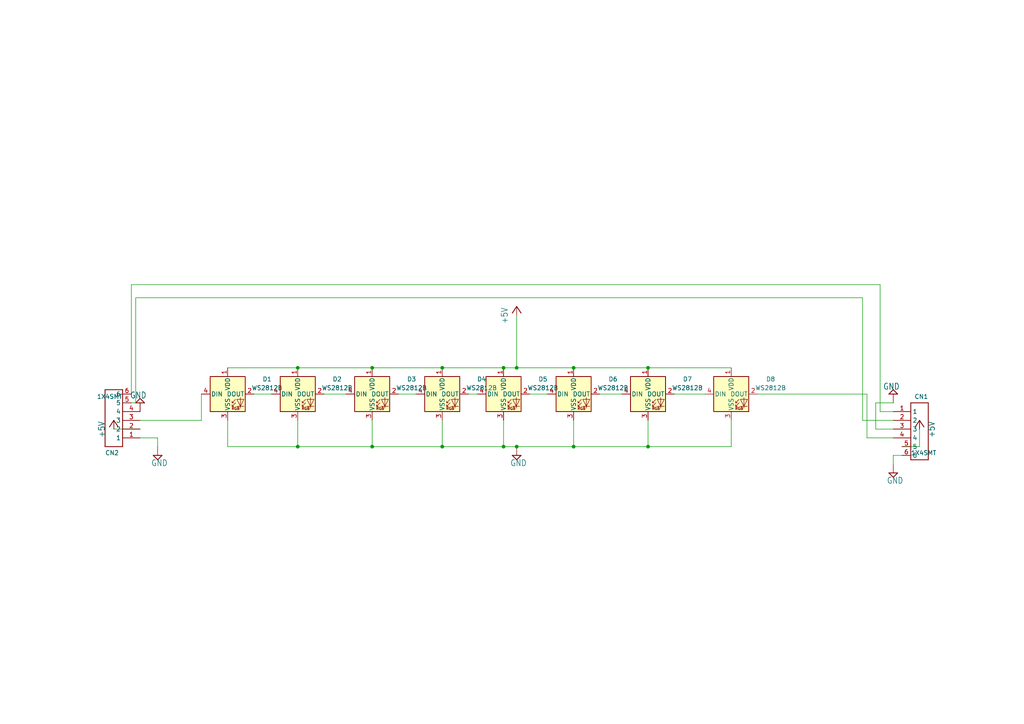
<source format=kicad_sch>
(kicad_sch (version 20211123) (generator eeschema)
  (paper "A4")
  (lib_symbols
    (symbol "1X4SMT_1"
      (property "Reference" "CN" (at 5.08 7.62 0))
      (property "Value" "1X4SMT_1" (at 0 -10.16 0))
      (symbol "1X4SMT_1_1_0"
        (polyline (pts (xy 0 -11.43) (xy 0 5.08)) (stroke (width 0.254)))
        (polyline (pts (xy 0 5.08) (xy 5.08 5.08)) (stroke (width 0.254)))
        (polyline (pts (xy 5.08 -11.43) (xy 0 -11.43)) (stroke (width 0.254)))
        (polyline (pts (xy 5.08 5.08) (xy 5.08 -11.43)) (stroke (width 0.254)))
        (pin bidirectional line (at -5.08 2.54 0) (length 5.08) (name "1") (number "1"))
        (pin bidirectional line (at -5.08 0 0) (length 5.08) (name "2") (number "2"))
        (pin bidirectional line (at -5.08 -2.54 0) (length 5.08) (name "3") (number "3"))
        (pin bidirectional line (at -5.08 -5.08 0) (length 5.08) (name "4") (number "4"))
      )
      (symbol "1X4SMT_1_1_1"
        (pin bidirectional line (at -2.54 -7.62 0) (length 2.54) (name "5") (number "5"))
        (pin bidirectional line (at -2.54 -10.16 0) (length 2.54) (name "6") (number "6"))
      )
    )
    (symbol "Adafruit NeoPixel 8 Stick-eagle-import:+5V" (power)
      (property "Value" "+5V" (at -2.54 -5.08 90))
      (symbol "+5V_1_0"
        (polyline (pts (xy 0 0) (xy -1.27 -1.905)) (stroke (width 0.254)))
        (polyline (pts (xy 1.27 -1.905) (xy 0 0)) (stroke (width 0.254)))
        (pin power_in line (at 0 -2.54 90) (length 2.54) (name "+5V") (number "1"))
      )
    )
    (symbol "Adafruit NeoPixel 8 Stick-eagle-import:1X4SMT"
      (property "Reference" "CN" (at 5.08 7.62 0))
      (property "Value" "1X4SMT" (at 0 -10.16 0))
      (symbol "1X4SMT_1_0"
        (polyline (pts (xy 0 -11.43) (xy 0 5.08)) (stroke (width 0.254)))
        (polyline (pts (xy 0 5.08) (xy 5.08 5.08)) (stroke (width 0.254)))
        (polyline (pts (xy 5.08 -11.43) (xy 0 -11.43)) (stroke (width 0.254)))
        (polyline (pts (xy 5.08 5.08) (xy 5.08 -11.43)) (stroke (width 0.254)))
        (pin bidirectional line (at -5.08 2.54 0) (length 5.08) (name "1") (number "1"))
        (pin bidirectional line (at -5.08 0 0) (length 5.08) (name "2") (number "2"))
        (pin bidirectional line (at -5.08 -2.54 0) (length 5.08) (name "3") (number "3"))
        (pin bidirectional line (at -5.08 -5.08 0) (length 5.08) (name "4") (number "4"))
      )
      (symbol "1X4SMT_1_1"
        (pin bidirectional line (at -2.54 -7.62 0) (length 2.54) (name "5") (number "5"))
        (pin bidirectional line (at -2.54 -10.16 0) (length 2.54) (name "6") (number "6"))
      )
    )
    (symbol "Adafruit NeoPixel 8 Stick-eagle-import:GND" (power)
      (property "Value" "GND" (at -1.905 -3.175 0))
      (symbol "GND_1_0"
        (polyline (pts (xy -1.27 0) (xy 1.27 0)) (stroke (width 0.254)))
        (polyline (pts (xy 0 -1.27) (xy -1.27 0)) (stroke (width 0.254)))
        (polyline (pts (xy 1.27 0) (xy 0 -1.27)) (stroke (width 0.254)))
        (pin power_in line (at 0 2.54 270) (length 2.54) (name "GND") (number "1"))
      )
    )
    (symbol "LED:WS2812B" (pin_names (offset 0.254))
      (property "Reference" "D" (at 5.08 5.715 0))
      (property "Value" "WS2812B" (at 1.27 -5.715 0))
      (symbol "WS2812B_0_0"
        (text "RGB" (at 2.286 -4.191 0) (effects (font (size 0.762 0.762))))
      )
      (symbol "WS2812B_0_1"
        (polyline (pts (xy 1.27 -3.556) (xy 1.778 -3.556)))
        (polyline (pts (xy 1.27 -2.54) (xy 1.778 -2.54)))
        (polyline (pts (xy 4.699 -3.556) (xy 2.667 -3.556)))
        (polyline (pts (xy 2.286 -2.54) (xy 1.27 -3.556) (xy 1.27 -3.048)))
        (polyline (pts (xy 2.286 -1.524) (xy 1.27 -2.54) (xy 1.27 -2.032)))
        (polyline (pts (xy 3.683 -1.016) (xy 3.683 -3.556) (xy 3.683 -4.064)))
        (polyline (pts (xy 4.699 -1.524) (xy 2.667 -1.524) (xy 3.683 -3.556) (xy 4.699 -1.524)))
        (rectangle (start 5.08 5.08) (end -5.08 -5.08) (stroke (width 0.254)) (fill (type background)))
      )
      (symbol "WS2812B_1_1"
        (pin power_in line (at 0 7.62 270) (length 2.54) (name "VDD") (number "1"))
        (pin output line (at 7.62 0 180) (length 2.54) (name "DOUT") (number "2"))
        (pin power_in line (at 0 -7.62 90) (length 2.54) (name "VSS") (number "3"))
        (pin input line (at -7.62 0 0) (length 2.54) (name "DIN") (number "4"))
      )
    )
  )
  (junction (at 146.05 106.68))
  (junction (at 146.05 129.54))
  (junction (at 149.86 106.68))
  (junction (at 128.27 129.54))
  (junction (at 128.27 106.68))
  (junction (at 187.96 106.68))
  (junction (at 107.95 129.54))
  (junction (at 149.86 129.54))
  (junction (at 187.96 129.54))
  (junction (at 86.36 129.54))
  (junction (at 86.36 106.68))
  (junction (at 166.37 129.54))
  (junction (at 166.37 106.68))
  (junction (at 107.95 106.68))
  (wire (pts (xy 187.96 129.54) (xy 212.09 129.54)))
  (wire (pts (xy 146.05 121.92) (xy 146.05 129.54)))
  (wire (pts (xy 40.64 127) (xy 45.72 127)))
  (wire (pts (xy 45.72 127) (xy 45.72 129.54)))
  (wire (pts (xy 149.86 106.68) (xy 166.37 106.68)))
  (wire (pts (xy 219.71 114.3) (xy 251.46 114.3)))
  (wire (pts (xy 259.08 132.08) (xy 259.08 134.62)))
  (wire (pts (xy 38.1 116.84) (xy 39.37 116.84)))
  (wire (pts (xy 173.99 114.3) (xy 180.34 114.3)))
  (wire (pts (xy 40.64 121.92) (xy 58.42 121.92)))
  (wire (pts (xy 254 116.84) (xy 259.08 116.84)))
  (wire (pts (xy 254 124.46) (xy 254 116.84)))
  (wire (pts (xy 73.66 114.3) (xy 78.74 114.3)))
  (wire (pts (xy 251.46 114.3) (xy 251.46 127)))
  (wire (pts (xy 187.96 121.92) (xy 187.96 129.54)))
  (wire (pts (xy 255.27 82.55) (xy 255.27 119.38)))
  (wire (pts (xy 66.04 106.68) (xy 86.36 106.68)))
  (wire (pts (xy 212.09 121.92) (xy 212.09 129.54)))
  (wire (pts (xy 250.19 86.36) (xy 250.19 121.92)))
  (wire (pts (xy 128.27 106.68) (xy 146.05 106.68)))
  (wire (pts (xy 93.98 114.3) (xy 100.33 114.3)))
  (wire (pts (xy 66.04 121.92) (xy 66.04 129.54)))
  (wire (pts (xy 146.05 106.68) (xy 149.86 106.68)))
  (wire (pts (xy 128.27 129.54) (xy 146.05 129.54)))
  (wire (pts (xy 146.05 129.54) (xy 149.86 129.54)))
  (wire (pts (xy 38.1 82.55) (xy 255.27 82.55)))
  (wire (pts (xy 86.36 106.68) (xy 107.95 106.68)))
  (wire (pts (xy 86.36 129.54) (xy 107.95 129.54)))
  (wire (pts (xy 149.86 129.54) (xy 166.37 129.54)))
  (wire (pts (xy 58.42 121.92) (xy 58.42 114.3)))
  (wire (pts (xy 166.37 129.54) (xy 187.96 129.54)))
  (wire (pts (xy 135.89 114.3) (xy 138.43 114.3)))
  (wire (pts (xy 107.95 121.92) (xy 107.95 129.54)))
  (wire (pts (xy 39.37 86.36) (xy 250.19 86.36)))
  (wire (pts (xy 153.67 114.3) (xy 158.75 114.3)))
  (wire (pts (xy 166.37 121.92) (xy 166.37 129.54)))
  (wire (pts (xy 86.36 121.92) (xy 86.36 129.54)))
  (wire (pts (xy 66.04 129.54) (xy 86.36 129.54)))
  (wire (pts (xy 250.19 121.92) (xy 259.08 121.92)))
  (wire (pts (xy 166.37 106.68) (xy 187.96 106.68)))
  (wire (pts (xy 33.02 124.46) (xy 40.64 124.46)))
  (wire (pts (xy 251.46 127) (xy 259.08 127)))
  (wire (pts (xy 187.96 106.68) (xy 212.09 106.68)))
  (wire (pts (xy 255.27 119.38) (xy 259.08 119.38)))
  (wire (pts (xy 195.58 114.3) (xy 204.47 114.3)))
  (wire (pts (xy 107.95 129.54) (xy 128.27 129.54)))
  (wire (pts (xy 259.08 124.46) (xy 254 124.46)))
  (wire (pts (xy 39.37 116.84) (xy 39.37 86.36)))
  (wire (pts (xy 261.62 132.08) (xy 259.08 132.08)))
  (wire (pts (xy 261.62 129.54) (xy 266.7 129.54)))
  (wire (pts (xy 107.95 106.68) (xy 128.27 106.68)))
  (wire (pts (xy 128.27 121.92) (xy 128.27 129.54)))
  (wire (pts (xy 115.57 114.3) (xy 120.65 114.3)))
  (wire (pts (xy 38.1 114.3) (xy 38.1 82.55)))
  (wire (pts (xy 149.86 91.44) (xy 149.86 106.68)))
  (wire (pts (xy 266.7 129.54) (xy 266.7 124.46)))
  (symbol (lib_id "LED:WS2812B") (at 86.36 114.3 0) (unit 1)
    (property "Reference" "D2" (at 97.79 109.9693 0))
    (property "Value" "WS2812B" (at 97.79 112.5093 0))
    (property "Footprint" "LED_SMD:LED_WS2812B_PLCC4_5.0x5.0mm_P3.2mm" (effects hide))
    (property "Datasheet" "https://cdn-shop.adafruit.com/datasheets/WS2812B.pdf" (effects hide))
  )
  (symbol (lib_id "Adafruit NeoPixel 8 Stick-eagle-import:GND") (at 40.64 116.84 180) (unit 1)
    (property "Reference" "#SUPPLY02" (effects hide))
    (property "Value" "GND" (at 42.545 113.665 0) (effects (font (size 1.778 1.5113)) (justify left bottom)))
    (property "Footprint" "Adafruit NeoPixel 8 Stick:" (effects hide))
  )
  (symbol (lib_id "Adafruit NeoPixel 8 Stick-eagle-import:+5V") (at 33.02 121.92 0) (unit 1)
    (property "Reference" "#P+011" (effects hide))
    (property "Value" "+5V" (at 30.48 127 90) (effects (font (size 1.778 1.5113)) (justify left bottom)))
    (property "Footprint" "Adafruit NeoPixel 8 Stick:" (effects hide))
  )
  (symbol (lib_id "LED:WS2812B") (at 107.95 114.3 0) (unit 1)
    (property "Reference" "D3" (at 119.38 109.9693 0))
    (property "Value" "WS2812B" (at 119.38 112.5093 0))
    (property "Footprint" "LED_SMD:LED_WS2812B_PLCC4_5.0x5.0mm_P3.2mm" (effects hide))
    (property "Datasheet" "https://cdn-shop.adafruit.com/datasheets/WS2812B.pdf" (effects hide))
  )
  (symbol (lib_id "LED:WS2812B") (at 187.96 114.3 0) (unit 1)
    (property "Reference" "D7" (at 199.39 109.9693 0))
    (property "Value" "WS2812B" (at 199.39 112.5093 0))
    (property "Footprint" "LED_SMD:LED_WS2812B_PLCC4_5.0x5.0mm_P3.2mm" (effects hide))
    (property "Datasheet" "https://cdn-shop.adafruit.com/datasheets/WS2812B.pdf" (effects hide))
  )
  (symbol (lib_id "Adafruit NeoPixel 8 Stick-eagle-import:GND") (at 45.72 132.08 0) (unit 1)
    (property "Reference" "#SUPPLY07" (effects hide))
    (property "Value" "GND" (at 43.815 135.255 0) (effects (font (size 1.778 1.5113)) (justify left bottom)))
    (property "Footprint" "Adafruit NeoPixel 8 Stick:" (effects hide))
  )
  (symbol (lib_id "Adafruit NeoPixel 8 Stick-eagle-import:1X4SMT") (at 35.56 124.46 180) (unit 1)
    (property "Reference" "CN2" (at 30.48 132.08 0) (effects (justify right top)))
    (property "Value" "1X4SMT" (at 35.56 114.3 0) (effects (justify left bottom)))
    (property "Footprint" "Adafruit NeoPixel 8 Stick:1X4-SMT" (effects hide))
  )
  (symbol (lib_id "LED:WS2812B") (at 66.04 114.3 0) (unit 1)
    (property "Reference" "D1" (at 77.47 109.9693 0))
    (property "Value" "WS2812B" (at 77.47 112.5093 0))
    (property "Footprint" "LED_SMD:LED_WS2812B_PLCC4_5.0x5.0mm_P3.2mm" (effects hide))
    (property "Datasheet" "https://cdn-shop.adafruit.com/datasheets/WS2812B.pdf" (effects hide))
  )
  (symbol (lib_id "LED:WS2812B") (at 146.05 114.3 0) (unit 1)
    (property "Reference" "D5" (at 157.48 109.9693 0))
    (property "Value" "WS2812B" (at 157.48 112.5093 0))
    (property "Footprint" "LED_SMD:LED_WS2812B_PLCC4_5.0x5.0mm_P3.2mm" (effects hide))
    (property "Datasheet" "https://cdn-shop.adafruit.com/datasheets/WS2812B.pdf" (effects hide))
  )
  (symbol (lib_id "LED:WS2812B") (at 212.09 114.3 0) (unit 1)
    (property "Reference" "D8" (at 223.52 109.9693 0))
    (property "Value" "WS2812B" (at 223.52 112.5093 0))
    (property "Footprint" "LED_SMD:LED_WS2812B_PLCC4_5.0x5.0mm_P3.2mm" (effects hide))
    (property "Datasheet" "https://cdn-shop.adafruit.com/datasheets/WS2812B.pdf" (effects hide))
  )
  (symbol (lib_id "LED:WS2812B") (at 166.37 114.3 0) (unit 1)
    (property "Reference" "D6" (at 177.8 109.9693 0))
    (property "Value" "WS2812B" (at 177.8 112.5093 0))
    (property "Footprint" "LED_SMD:LED_WS2812B_PLCC4_5.0x5.0mm_P3.2mm" (effects hide))
    (property "Datasheet" "https://cdn-shop.adafruit.com/datasheets/WS2812B.pdf" (effects hide))
  )
  (symbol (lib_id "Adafruit NeoPixel 8 Stick-eagle-import:+5V") (at 149.86 88.9 0) (unit 1)
    (property "Reference" "#P+02" (effects hide))
    (property "Value" "+5V" (at 147.32 93.98 90) (effects (font (size 1.778 1.5113)) (justify left bottom)))
    (property "Footprint" "Adafruit NeoPixel 8 Stick:" (effects hide))
  )
  (symbol (lib_name "1X4SMT_1") (lib_id "Adafruit NeoPixel 8 Stick-eagle-import:1X4SMT") (at 264.16 121.92 0) (unit 1)
    (property "Reference" "CN1" (at 269.24 114.3 0) (effects (justify right top)))
    (property "Value" "1X4SMT" (at 264.16 132.08 0) (effects (justify left bottom)))
    (property "Footprint" "Adafruit NeoPixel 8 Stick:1X4-SMT" (effects hide))
  )
  (symbol (lib_id "Adafruit NeoPixel 8 Stick-eagle-import:+5V") (at 266.7 121.92 0) (mirror y) (unit 1)
    (property "Reference" "#P+01" (effects hide))
    (property "Value" "+5V" (at 269.24 127 90) (effects (font (size 1.778 1.5113)) (justify left bottom)))
    (property "Footprint" "Adafruit NeoPixel 8 Stick:" (effects hide))
  )
  (symbol (lib_id "Adafruit NeoPixel 8 Stick-eagle-import:GND") (at 149.86 132.08 0) (unit 1)
    (property "Reference" "#SUPPLY03" (effects hide))
    (property "Value" "GND" (at 147.955 135.255 0) (effects (font (size 1.778 1.5113)) (justify left bottom)))
    (property "Footprint" "Adafruit NeoPixel 8 Stick:" (effects hide))
  )
  (symbol (lib_id "Adafruit NeoPixel 8 Stick-eagle-import:GND") (at 259.08 137.16 0) (unit 1)
    (property "Reference" "#SUPPLY09" (effects hide))
    (property "Value" "GND" (at 257.175 140.335 0) (effects (font (size 1.778 1.5113)) (justify left bottom)))
    (property "Footprint" "Adafruit NeoPixel 8 Stick:" (effects hide))
  )
  (symbol (lib_id "Adafruit NeoPixel 8 Stick-eagle-import:GND") (at 259.08 114.3 180) (unit 1)
    (property "Reference" "#SUPPLY01" (effects hide))
    (property "Value" "GND" (at 260.985 111.125 0) (effects (font (size 1.778 1.5113)) (justify left bottom)))
    (property "Footprint" "Adafruit NeoPixel 8 Stick:" (effects hide))
  )
  (symbol (lib_id "LED:WS2812B") (at 128.27 114.3 0) (unit 1)
    (property "Reference" "D4" (at 139.7 109.9693 0))
    (property "Value" "WS2812B" (at 139.7 112.5093 0))
    (property "Footprint" "LED_SMD:LED_WS2812B_PLCC4_5.0x5.0mm_P3.2mm" (effects hide))
    (property "Datasheet" "https://cdn-shop.adafruit.com/datasheets/WS2812B.pdf" (effects hide))
  )
)
</source>
